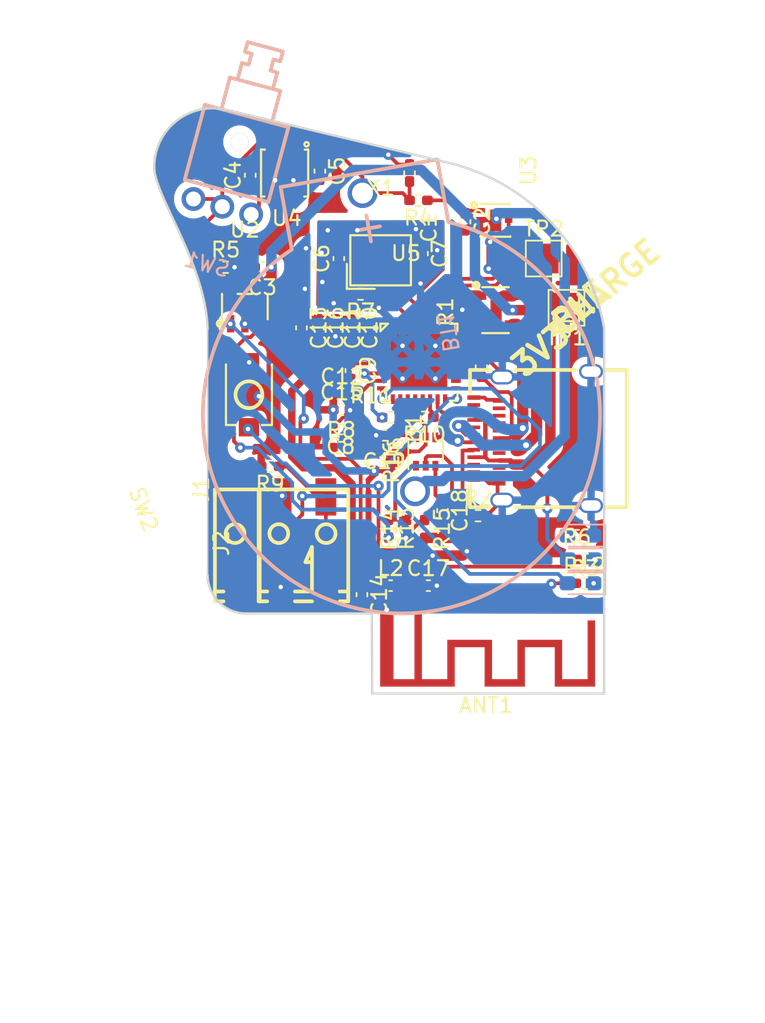
<source format=kicad_pcb>
(kicad_pcb (version 20221018) (generator pcbnew)
  (title_block (title "BLEEarrings (Blade Runner)") (date "2023-10-30") (rev "00.00") (company "Kitty and Dom"))
  (layers (0 "F.Cu" signal) (31 "B.Cu" signal) (34 "B.Paste" user) (35 "F.Paste" user) (36 "B.SilkS" user "B.Silkscreen") (37 "F.SilkS" user "F.Silkscreen") (38 "B.Mask" user) (39 "F.Mask" user) (44 "Edge.Cuts" user))
  (net 0 "")
  (net 1 "GND")
  (net 2 "/Power/BATGND")
  (net 3 "/Power/VBUS")
  (net 4 "+3V3")
  (net 5 "Net-(C6-Pad1)")
  (net 6 "Net-(C9-Pad1)")
  (net 7 "Net-(D2-K)")
  (net 8 "Net-(D3-A)")
  (net 9 "Net-(D4-K)")
  (net 10 "LED_A")
  (net 11 "Net-(U1-CC2)")
  (net 12 "Net-(U1-CC1)")
  (net 13 "NEO_LED")
  (net 14 "Net-(J2-Pin_2)")
  (net 25 "BatRef")
  (net 26 "+BATT")
  (net 27 "Net-(ANT1-FP)")
  (net 28 "/D+")
  (net 29 "/D-")
  (net 30 "/D1-")
  (net 31 "/D1+")
  (net 32 "Net-(U3-VDD)")
  (net 33 "Net-(U4-EN)")
  (net 34 "Net-(U5-XTAL_N)")
  (net 35 "Net-(U5-CHIP_EN)")
  (net 36 "Net-(U5-LNA_IN)")
  (net 37 "Net-(U2-STAT)")
  (net 38 "Net-(U2-PROG)")
  (net 39 "Net-(U5-XTAL_P)")
  (net 40 "Net-(U5-GPIO8)")
  (net 41 "Net-(U5-GPIO2)")
  (net 58 "Net-(SW2A-C)")
  (net 59 "Net-(C19-Pad1)")
  (net 60 "Net-(U5-U0RXD)")
  (net 61 "Net-(U5-U0TXD)")
  (net 62 "RESET")
  (footprint "Capacitor_SMD:C_0402_1005Metric_Pad0.74x0.62mm_HandSolder" (layer "F.Cu") (at 154 68.9675 -90)
    (fp_text reference "C18")
    (fp_text value "100n")
  )
  (footprint "easyeda2kicad:QFN-32_L5.0-W5.0-P0.50-TL-EP3.7" (layer "F.Cu") (at 152.42 59.02)
    (fp_text reference "U5")
    (fp_text value "ESP32-C3FH4")
  )
  (footprint "easyeda2kicad:SW-SMD_L3.9-W3.0-P4.45" (layer "F.Cu") (at 141.03 61.2 90)
    (fp_text reference "SW2")
    (fp_text value "RESET SWITCH")
  )
  (footprint "Capacitor_SMD:C_0402_1005Metric_Pad0.74x0.62mm_HandSolder" (layer "F.Cu") (at 150.12 63.92 180)
    (fp_text reference "C19")
    (fp_text value "4.7u")
  )
  (footprint "Resistor_SMD:R_0402_1005Metric_Pad0.72x0.64mm_HandSolder" (layer "F.Cu") (at 149.41 65.71 -90)
    (fp_text reference "R16")
    (fp_text value "5k1")
  )
  (footprint "Resistor_SMD:R_0402_1005Metric_Pad0.72x0.64mm_HandSolder" (layer "F.Cu") (at 150.551578 62.73)
    (fp_text reference "R11")
    (fp_text value "5k1")
  )
  (footprint "Resistor_SMD:R_0402_1005Metric_Pad0.72x0.64mm_HandSolder" (layer "F.Cu") (at 162.98 70.64 180)
    (fp_text reference "R6")
    (fp_text value "2k")
  )
  (footprint "RF_Antenna:Texas_SWRA117D_2.4GHz_Left" (layer "F.Cu") (at 152.368794 75.617337 180)
    (fp_text reference "ANT1")
    (fp_text value "~")
  )
  (footprint "easyeda2kicad:WDFN-6_L2.0-W2.0-P0.65-BL-EP" (layer "F.Cu") (at 157.51 49.51 -90)
    (fp_text reference "U3")
    (fp_text value "XB6096I2SV")
  )
  (footprint "easyeda2kicad:CRYSTAL-SMD_4P-L3.2-W2.5-BL" (layer "F.Cu") (at 149.851578 52.189165)
    (fp_text reference "X1")
    (fp_text value "5YMA40000151SF40Q1" hide)
  )
  (footprint "TestPoint:TestPoint_Pad_2.0x2.0mm" (layer "F.Cu") (at 160.782 52.07)
    (fp_text reference "TP2")
    (fp_text value "TestPoint")
  )
  (footprint "Resistor_SMD:R_0402_1005Metric_Pad0.72x0.64mm_HandSolder" (layer "F.Cu") (at 147.22 64.74)
    (fp_text reference "R8")
    (fp_text value "5k1")
  )
  (footprint "Resistor_SMD:R_0402_1005Metric_Pad0.72x0.64mm_HandSolder" (layer "F.Cu") (at 156.38 69.31)
    (fp_text reference "R2")
    (fp_text value "5k1")
  )
  (footprint "TestPoint:TestPoint_Pad_2.0x2.0mm" (layer "F.Cu") (at 162.306 55.372 180)
    (fp_text reference "TP1")
    (fp_text value "TestPoint")
  )
  (footprint "Resistor_SMD:R_0402_1005Metric_Pad0.72x0.64mm_HandSolder" (layer "F.Cu") (at 142.4475 66 180)
    (fp_text reference "R9")
    (fp_text value "470")
  )
  (footprint "Capacitor_SMD:C_0402_1005Metric_Pad0.74x0.62mm_HandSolder" (layer "F.Cu") (at 144.55 56.7175 -90)
    (fp_text reference "C13")
    (fp_text value "100n")
  )
  (footprint "Resistor_SMD:R_0402_1005Metric_Pad0.72x0.64mm_HandSolder" (layer "F.Cu") (at 152.789078 62.709165 180)
    (fp_text reference "R10")
    (fp_text value "5k1")
  )
  (footprint "easyeda2kicad:USB-C-TH_12401832E402A" (layer "F.Cu") (at 160.021578 64.139165 90)
    (fp_text reference "U1")
    (fp_text value "GT-USB-7010ASV")
  )
  (footprint "Capacitor_SMD:C_0402_1005Metric_Pad0.74x0.62mm_HandSolder" (layer "F.Cu") (at 147.86 59.5825 -90)
    (fp_text reference "C9")
    (fp_text value "100n")
  )
  (footprint "Capacitor_SMD:C_0402_1005Metric_Pad0.74x0.62mm_HandSolder" (layer "F.Cu") (at 145.686668 56.7175 -90)
    (fp_text reference "C16")
    (fp_text value "10u")
  )
  (footprint "Resistor_SMD:R_0402_1005Metric_Pad0.72x0.64mm_HandSolder" (layer "F.Cu") (at 163.5275 73.840666)
    (fp_text reference "R12")
    (fp_text value "2k")
  )
  (footprint "Resistor_SMD:R_0402_1005Metric_Pad0.72x0.64mm_HandSolder" (layer "F.Cu") (at 148.504078 54.459165 180)
    (fp_text reference "R7")
    (fp_text value "22R")
  )
  (footprint "Capacitor_SMD:C_0402_1005Metric_Pad0.74x0.62mm_HandSolder" (layer "F.Cu") (at 151.7904 46.3383 90)
    (fp_text reference "C1")
    (fp_text value "10u")
  )
  (footprint "Resistor_SMD:R_0402_1005Metric_Pad0.72x0.64mm_HandSolder" (layer "F.Cu") (at 150.3906 70.1775 -90)
    (fp_text reference "R13")
    (fp_text value "5k1")
  )
  (footprint "Capacitor_SMD:C_0402_1005Metric_Pad0.74x0.62mm_HandSolder" (layer "F.Cu") (at 147.26 61.14)
    (fp_text reference "C12")
    (fp_text value "100n")
  )
  (footprint "Capacitor_SMD:C_0402_1005Metric_Pad0.74x0.62mm_HandSolder" (layer "F.Cu") (at 148.6 74.6 -90)
    (fp_text reference "C14")
    (fp_text value "3p3")
  )
  (footprint "Capacitor_SMD:C_0402_1005Metric_Pad0.74x0.62mm_HandSolder" (layer "F.Cu") (at 155.5075 49.6025 -90)
    (fp_text reference "C2")
    (fp_text value "100n")
  )
  (footprint "Resistor_SMD:R_0402_1005Metric_Pad0.72x0.64mm_HandSolder" (layer "F.Cu") (at 152.3875 48.17 180)
    (fp_text reference "R4")
    (fp_text value "100")
  )
  (footprint "Capacitor_SMD:C_0402_1005Metric_Pad0.74x0.62mm_HandSolder" (layer "F.Cu") (at 145.78 46.2125 -90)
    (fp_text reference "C5")
    (fp_text value "4.7u")
  )
  (footprint "easyeda2kicad:SOT-23-6_L2.9-W1.6-P0.95-LS2.8-BL" (layer "F.Cu") (at 157.55 55.53 -90)
    (fp_text reference "D1")
    (fp_text value "USBLC6-2SC6_C2687116")
  )
  (footprint "Resistor_SMD:R_0402_1005Metric_Pad0.72x0.64mm_HandSolder" (layer "F.Cu") (at 156.602461 59.393523 90)
    (fp_text reference "R1")
    (fp_text value "5k1")
  )
  (footprint "Capacitor_SMD:C_0402_1005Metric_Pad0.74x0.62mm_HandSolder" (layer "F.Cu") (at 147.96 56.7175 -90)
    (fp_text reference "C10")
    (fp_text value "100n")
  )
  (footprint "easyeda2kicad:CONN-SMD_2059-302" (layer "F.Cu") (at 144.682946 71.15 90)
    (fp_text reference "J2")
    (fp_text value "Screw_Terminal_01x02")
  )
  (footprint "Resistor_SMD:R_0402_1005Metric_Pad0.72x0.64mm_HandSolder" (layer "F.Cu") (at 139.4693 52.6542)
    (fp_text reference "R5")
    (fp_text value "2k")
  )
  (footprint "Resistor_SMD:R_0402_1005Metric_Pad0.72x0.64mm_HandSolder" (layer "F.Cu") (at 151.5906 70.1975 90)
    (fp_text reference "R14")
    (fp_text value "5k1")
  )
  (footprint "Capacitor_SMD:C_0402_1005Metric_Pad0.74x0.62mm_HandSolder" (layer "F.Cu") (at 141.9693 52.6542 180)
    (fp_text reference "C3")
    (fp_text value "10u")
  )
  (footprint "Capacitor_SMD:C_0402_1005Metric_Pad0.74x0.62mm_HandSolder" (layer "F.Cu") (at 147.1797 63.5 180)
    (fp_text reference "C8")
    (fp_text value "100n")
  )
  (footprint "easyeda2kicad:CONN-SMD_custom1" (layer "F.Cu") (at 141.75 71.15 90)
    (fp_text reference "J1")
    (fp_text value "Screw_Terminal_01x01")
  )
  (footprint "Resistor_SMD:R_0402_1005Metric_Pad0.72x0.64mm_HandSolder" (layer "F.Cu") (at 163.5825 72.24 180)
    (fp_text reference "R3")
    (fp_text value "2k")
  )
  (footprint "Capacitor_SMD:C_0402_1005Metric_Pad0.74x0.62mm_HandSolder" (layer "F.Cu") (at 141.12 46.49 90)
    (fp_text reference "C4")
    (fp_text value "4.7u")
  )
  (footprint "Capacitor_SMD:C_0402_1005Metric_Pad0.74x0.62mm_HandSolder" (layer "F.Cu") (at 152.656764 51.740293 -90)
    (fp_text reference "C7")
    (fp_text value "20pF")
  )
  (footprint "Inductor_SMD:L_0402_1005Metric_Pad0.77x0.64mm_HandSolder" (layer "F.Cu") (at 150.5225 74)
    (fp_text reference "L2")
    (fp_text value "2n2")
  )
  (footprint "easyeda2kicad:DFN-8_L3.0-W3.0-P0.65-BL-EP" (layer "F.Cu") (at 143.42 46.3425 180)
    (fp_text reference "U4")
    (fp_text value "AP7361C-33FGE-7")
  )
  (footprint "Capacitor_SMD:C_0402_1005Metric_Pad0.74x0.62mm_HandSolder" (layer "F.Cu") (at 153.05 74)
    (fp_text reference "C17")
    (fp_text value "3p3")
  )
  (footprint "Package_TO_SOT_SMD:SOT-363_SC-70-6" (layer "F.Cu") (at 152.871578 65.009165 90)
    (fp_text reference "U6")
    (fp_text value "TS5A3159ADCKR")
  )
  (footprint "easyeda2kicad:SOT-23-5_L3.0-W1.7-P0.95-LS2.8-BL" (layer "F.Cu") (at 140.7568 55.2942)
    (fp_text reference "U2")
    (fp_text value "MCP73831T-2ACI/OT")
  )
  (footprint "Capacitor_SMD:C_0402_1005Metric_Pad0.74x0.62mm_HandSolder" (layer "F.Cu") (at 146.823334 56.7175 -90)
    (fp_text reference "C11")
    (fp_text value "100n")
  )
  (footprint "Capacitor_SMD:C_0402_1005Metric_Pad0.74x0.62mm_HandSolder" (layer "F.Cu") (at 147.051578 52.076665 90)
    (fp_text reference "C6")
    (fp_text value "20pF")
  )
  (footprint "Resistor_SMD:R_0402_1005Metric_Pad0.72x0.64mm_HandSolder" (layer "F.Cu") (at 152.8 70.1975 -90)
    (fp_text reference "R15")
    (fp_text value "5k1")
  )
  (footprint "Capacitor_SMD:C_0402_1005Metric_Pad0.74x0.62mm_HandSolder" (layer "F.Cu") (at 147.24 62.21)
    (fp_text reference "C15")
    (fp_text value "10u")
  )
  (footprint "easyeda2kicad:SW-TH_TK-6580B-1" (layer "B.Cu") (at 139.245314 48.596666 -15)
    (fp_text reference "SW1")
    (fp_text value "TK-6580B-1")
  )
  (footprint "LED_SMD:LED_0603_1608Metric_Pad1.05x0.95mm_HandSolder" (layer "B.Cu") (at 163.245 70.64 180)
    (fp_text reference "D3" hide)
    (fp_text value "RED LED")
  )
  (footprint "LED_SMD:LED_0603_1608Metric_Pad1.05x0.95mm_HandSolder" (layer "B.Cu") (at 163.265 72.240333 180)
    (fp_text reference "D2" hide)
    (fp_text value "WHITE LED")
  )
  (footprint "LED_SMD:LED_0603_1608Metric_Pad1.05x0.95mm_HandSolder" (layer "B.Cu") (at 163.245 73.840666 180)
    (fp_text reference "D4" hide)
    (fp_text value "BLUE LED")
  )
  (footprint "easyeda2kicad:BAT-TH_BS-24-A1AJ013" (layer "B.Cu") (at 150.4 57.68 100)
    (fp_text reference "BT1")
    (fp_text value "Battery" hide)
  )
  (gr_line (start 139.4 42.075) (end 154.63 45.71) (stroke (width 0.16)) (layer "Edge.Cuts"))
  (gr_curve (pts (xy 138.26253 56.812137) (xy 138.17331 52.736217) (xy 135.075 48.425) (xy 134.7 46.225)) (stroke (width 0.16)) (layer "Edge.Cuts"))
  (gr_arc (start 134.7 46.225) (mid 136.016898 42.98066) (end 139.39964 42.07677) (stroke (width 0.16)) (layer "Edge.Cuts"))
  (gr_line (start 140.84 75.86) (end 149.263189 75.86) (stroke (width 0.16)) (layer "Edge.Cuts"))
  (gr_line (start 138.26253 56.812137) (end 138.26253 73.281642) (stroke (width 0.1)) (layer "Edge.Cuts"))
  (gr_arc (start 154.63 45.71) (mid 161.357883 49.731614) (end 164.827737 56.759978) (stroke (width 0.16)) (layer "Edge.Cuts"))
  (gr_arc (start 140.84 75.86) (mid 139.01727 75.104633) (end 138.26253 73.281642) (stroke (width 0.16)) (layer "Edge.Cuts"))
  (gr_line (start 164.827737 56.759978) (end 164.827737 81.23) (stroke (width 0.16)) (layer "Edge.Cuts"))
  (gr_line (start 149.29 81.23) (end 164.827737 81.23) (stroke (width 0.16)) (layer "Edge.Cuts"))
  (gr_line (start 149.263189 75.857753) (end 149.29 81.23) (stroke (width 0.16)) (layer "Edge.Cuts"))
  (gr_text "3V3" (at 159.43 60.31 40) (layer "F.SilkS") (effects (font (size 1.5 1.5) (thickness 0.3) bold) (justify left bottom)))
  (gr_text "CHARGE\n" (at 161.982799 57.639836 40) (layer "F.SilkS") (effects (font (size 1.5 1.5) (thickness 0.3) bold) (justify left bottom)))
  (gr_text "BLE" (at 162.084377 57.389001 40) (layer "F.SilkS") (effects (font (size 1.5 1.5) (thickness 0.3) bold) (justify left bottom)))
  (segment (start 146.6122 63.437783) (end 147.8075 62.242483) (width 0.25) (layer "F.Cu") (net 1))
  (segment (start 141.46 45.9225) (end 142.45 44.9325) (width 0.25) (layer "F.Cu") (net 1))
  (segment (start 157.194615 52.651289) (end 157.194615 50.953766) (width 0.5) (layer "F.Cu") (net 1))
  (segment (start 144.78 54.102) (end 144.78 51.463193) (width 0.5) (layer "F.Cu") (net 1))
  (segment (start 147.8075 62.21625) (end 147.8075 62.212889) (width 0.25) (layer "F.Cu") (net 1))
  (segment (start 143.275 46.3425) (end 142.79 46.8275) (width 0.25) (layer "F.Cu") (net 1))
  (segment (start 147.8075 61.188284) (end 147.8075 62.177197) (width 0.25) (layer "F.Cu") (net 1))
  (segment (start 149.5525 63.92) (end 149.5525 63.920009) (width 0.25) (layer "F.Cu") (net 1))
  (segment (start 158.43 48.86) (end 158.43 49.51) (width 0.25) (layer "F.Cu") (net 1))
  (segment (start 147.8075 62.212889) (end 147.8075 62.207112) (width 0.25) (layer "F.Cu") (net 1))
  (segment (start 157.688238 68.025716) (end 157.858674 68.196152) (width 0.25) (layer "F.Cu") (net 1))
  (segment (start 147.8075 62.22875) (end 147.8075 62.242483) (width 0.25) (layer "F.Cu") (net 1))
  (segment (start 157.092138 52.753766) (end 157.194615 52.651289) (width 0.25) (layer "F.Cu") (net 1))
  (segment (start 140.756791 56.444191) (end 140.756791 56.444182) (width 0.25) (layer "F.Cu") (net 1))
  (segment (start 157.116578 67.139165) (end 157.791578 67.139165) (width 0.25) (layer "F.Cu") (net 1))
  (segment (start 156.9775 69.31) (end 156.836806 69.31) (width 0.25) (layer "F.Cu") (net 1))
  (segment (start 141.12 45.9225) (end 141.46 45.9225) (width 0.25) (layer "F.Cu") (net 1))
  (segment (start 143.42 46.3425) (end 143.42 46.3425) (width 0.25) (layer "F.Cu") (net 1))
  (segment (start 161.343434 73.840666) (end 161.2955 73.8886) (width 0.25) (layer "F.Cu") (net 1))
  (segment (start 152.296578 53.039165) (end 152.544857 52.790886) (width 0.25) (layer "F.Cu") (net 1))
  (segment (start 152.656764 52.678979) (end 152.544857 52.790886) (width 0.25) (layer "F.Cu") (net 1))
  (segment (start 140.0668 52.6542) (end 140.066786 52.6542) (width 0.25) (layer "F.Cu") (net 1))
  (segment (start 147.8075 62.207112) (end 147.8075 62.204696) (width 0.25) (layer "F.Cu") (net 1))
  (segment (start 156.807096 61.389165) (end 156.958954 61.541023) (width 0.25) (layer "F.Cu") (net 1))
  (segment (start 147.8075 62.204696) (end 147.8075 62.20375) (width 0.25) (layer "F.Cu") (net 1))
  (segment (start 147.94 57.265) (end 147.940225 57.265225) (width 0.25) (layer "F.Cu") (net 1))
  (segment (start 140.7568 56.4442) (end 140.756791 56.444191) (width 0.25) (layer "F.Cu") (net 1))
  (segment (start 154.635 65.897587) (end 154.046578 65.309165) (width 0.25) (layer "F.Cu") (net 1))
  (segment (start 158.061234 50.953766) (end 158.43 50.585) (width 0.25) (layer "F.Cu") (net 1))
  (segment (start 157.688238 67.059512) (end 157.688238 68.025716) (width 0.25) (layer "F.Cu") (net 1))
  (segment (start 156.836806 69.31) (end 156.191806 69.955) (width 0.25) (layer "F.Cu") (net 1))
  (segment (start 143.182946 68.049966) (end 143.256254 67.976658) (width 0.25) (layer "F.Cu") (net 1))
  (segment (start 147.92045 57.24545) (end 147.940225 57.265225) (width 0.25) (layer "F.Cu") (net 1))
  (segment (start 143.42 46.3425) (end 143.525 46.3425) (width 0.25) (layer "F.Cu") (net 1))
  (segment (start 142.45 44.9325) (end 142.45 46.4875) (width 0.25) (layer "F.Cu") (net 1))
  (segment (start 148.681578 51.469165) (end 148.621578 51.409165) (width 0.25) (layer "F.Cu") (net 1))
  (segment (start 156.958954 61.541023) (end 157.8538 61.541023) (width 0.25) (layer "F.Cu") (net 1))
  (segment (start 152.996578 65.309165) (end 152.871578 65.434165) (width 0.25) (layer "F.Cu") (net 1))
  (segment (start 146.961578 55.099165) (end 147.001578 55.139165) (width 0.25) (layer "F.Cu") (net 1))
  (segment (start 147.8075 62.20375) (end 147.8075 62.203514) (width 0.25) (layer "F.Cu") (net 1))
  (segment (start 156.4 55.53) (end 155.35039 55.53) (width 0.25) (layer "F.Cu") (net 1))
  (segment (start 157.8538 61.541023) (end 157.88193 61.512893) (width 0.25) (layer "F.Cu") (net 1))
  (segment (start 144.78 51.463193) (end 144.856211 51.386982) (width 0.5) (layer "F.Cu") (net 1))
  (segment (start 147.051578 51.509165) (end 148.581578 51.509165) (width 0.25) (layer "F.Cu") (net 1))
  (segment (start 143.525 46.3425) (end 144.01 46.8275) (width 0.25) (layer "F.Cu") (net 1))
  (segment (start 149.801578 50.069165) (end 151.821578 50.069165) (width 0.25) (layer "F.Cu") (net 1))
  (segment (start 152.656764 52.307793) (end 152.656764 52.678979) (width 0.25) (layer "F.Cu") (net 1))
  (segment (start 156.091578 61.389165) (end 156.807096 61.389165) (width 0.25) (layer "F.Cu") (net 1))
  (segment (start 156.29 55.53) (end 156.27 55.55) (width 0.25) (layer "F.Cu") (net 1))
  (segment (start 149.691578 49.959165) (end 149.801578 50.069165) (width 0.25) (layer "F.Cu") (net 1))
  (segment (start 141.4018 52.6542) (end 140.0668 52.6542) (width 0.25) (layer "F.Cu") (net 1))
  (segment (start 156.091578 66.889165) (end 156.866578 66.889165) (width 0.25) (layer "F.Cu") (net 1))
  (segment (start 158.43 50.585) (end 158.43 50.16) (width 0.25) (layer "F.Cu") (net 1))
  (segment (start 145.78 46.78) (end 145.3425 46.3425) (width 0.25) (layer "F.Cu") (net 1))
  (segment (start 154.42 69.955) (end 154 69.535) (width 0.25) (layer "F.Cu") (net 1))
  (segment (start 147.8075 62.203041) (end 147.8075 62.202804) (width 0.25) (layer "F.Cu") (net 1))
  (segment (start 157.88193 60.206197) (end 158.146943 59.941184) (width 0.25) (layer "F.Cu") (net 1))
  (segment (start 156.602461 58.796023) (end 157.001782 58.796023) (width 0.25) (layer "F.Cu") (net 1))
  (segment (start 148.581578 51.509165) (end 148.751578 51.339165) (width 0.25) (layer "F.Cu") (net 1))
  (segment (start 148.991578 55.139165) (end 149.231578 55.379165) (width 0.25) (layer "F.Cu") (net 1))
  (segment (start 155.341024 71.9836) (end 155.629624 71.695) (width 0.7) (layer "F.Cu") (net 1))
  (segment (start 149.5525 63.920009) (end 149.552491 63.920018) (width 0.25) (layer "F.Cu") (net 1))
  (segment (start 147.8075 62.21) (end 147.8075 62.242483) (width 0.25) (layer "F.Cu") (net 1))
  (segment (start 147.96 57.285) (end 146.823334 57.285) (width 0.25) (layer "F.Cu") (net 1))
  (segment (start 152.544857 52.790886) (end 152.691578 52.644165) (width 0.25) (layer "F.Cu") (net 1))
  (segment (start 157.001782 58.796023) (end 158.146943 59.941184) (width 0.25) (layer "F.Cu") (net 1))
  (segment (start 154.635 68.9) (end 154.635 65.897587) (width 0.25) (layer "F.Cu") (net 1))
  (segment (start 157.194615 50.953766) (end 158.061234 50.953766) (width 0.25) (layer "F.Cu") (net 1))
  (segment (start 150.881578 53.214165) (end 150.881578 53.259165) (width 0.25) (layer "F.Cu") (net 1))
  (segment (start 162.93 73.840666) (end 161.343434 73.840666) (width 0.25) (layer "F.Cu") (net 1))
  (segment (start 147.051578 51.736665) (end 147.236196 51.552047) (width 0.25) (layer "F.Cu") (net 1))
  (segment (start 147.8075 62.22875) (end 147.8075 62.21625) (width 0.25) (layer "F.Cu") (net 1))
  (segment (start 144.495 46.3425) (end 144.01 46.8275) (width 0.25) (layer "F.Cu") (net 1))
  (segment (start 143.42 46.3425) (end 143.275 46.3425) (width 0.25) (layer "F.Cu") (net 1))
  (segment (start 158.43 49.51) (end 158.43 50.16) (width 0.25) (layer "F.Cu") (net 1))
  (segment (start 146.6122 63.5) (end 146.6122 63.437783) (width 0.25) (layer "F.Cu") (net 1))
  (segment (start 156.29 55.53) (end 156.4 55.53) (width 0.25) (layer "F.Cu") (net 1))
  (segment (start 150.951578 53.039165) (end 152.296578 53.039165) (width 0.25) (layer "F.Cu") (net 1))
  (segment (start 151.0284 45.7708) (end 150.368 45.1104) (width 0.25) (layer "F.Cu") (net 1))
  (segment (start 147.891716 57.245) (end 144.825 57.245) (width 0.25) (layer "F.Cu") (net 1))
  (segment (start 150.913398 53.137346) (end 150.965328 53.085415) (width 0.25) (layer "F.Cu") (net 1))
  (segment (start 156.866578 66.889165) (end 157.116578 67.139165) (width 0.25) (layer "F.Cu") (net 1))
  (segment (start 143.182946 74.25) (end 143.182946 74.1194) (width 0.25) (layer "F.Cu") (net 1))
  (segment (start 145.3425 46.3425) (end 144.495 46.3425) (width 0.25) (layer "F.Cu") (net 1))
  (segment (start 156.191806 69.955) (end 154.42 69.955) (width 0.25) (layer "F.Cu") (net 1))
  (segment (start 153.3398 71.9836) (end 155.341024 71.9836) (width 0.7) (layer "F.Cu") (net 1))
  (segment (start 143.182946 68.05) (end 143.182946 68.049966) (width 0.25) (layer "F.Cu") (net 1))
  (segment (start 147.86 61.061539) (end 147.86 59.9175) (width 0.25) (layer "F.Cu") (net 1))
  (segment (start 142.45 46.4875) (end 142.79 46.8275) (width 0.25) (layer "F.Cu") (net 1))
  (segment (start 147.001578 55.139165) (end 148.991578 55.139165) (width 0.25) (layer "F.Cu") (net 1))
  (segment (start 154 69.535) (end 154.635 68.9) (width 0.25) (layer "F.Cu") (net 1))
  (segment (start 147.8075 62.203514) (end 147.8075 62.203041) (width 0.25) (layer "F.Cu") (net 1))
  (segment (start 151.7904 45.7708) (end 151.0284 45.7708) (width 0.25) (layer "F.Cu") (net 1))
  (segment (start 143.182946 74.1194) (end 143.156946 74.0934) (width 0.25) (layer "F.Cu") (net 1))
  (segment (start 152.871578 65.434165) (end 152.871578 65.959165) (width 0.25) (layer "F.Cu") (net 1))
  (segment (start 154.046578 65.309165) (end 152.996578 65.309165) (width 0.25) (layer "F.Cu") (net 1))
  (segment (start 156.9275 69.343243) (end 158.001578 68.269165) (width 0.25) (layer "F.Cu") (net 1))
  (via (at 155.326387 55.505997) (size 0.7) (drill 0.3) (layers "F.Cu" "B.Cu") (net 1))
  (via (at 152.220803 50.0998) (size 0.7) (drill 0.3) (layers "F.Cu" "B.Cu") (net 1))
  (via (at 151.5606 70.794999) (size 0.7) (drill 0.3) (layers "F.Cu" "B.Cu") (net 1))
  (via (at 157.194615 50.953766) (size 0.7) (drill 0.3) (layers "F.Cu" "B.Cu") (net 1))
  (via (at 153.3398 71.9836) (size 0.7) (drill 0.3) (layers "F.Cu" "B.Cu") (net 1))
  (via (at 153.643203 51.512597) (size 0.7) (drill 0.3) (layers "F.Cu" "B.Cu") (net 1))
  (via (at 157.092138 52.753766) (size 0.7) (drill 0.3) (layers "F.Cu" "B.Cu") (net 1))
  (via (at 144.856211 51.386982) (size 0.7) (drill 0.3) (layers "F.Cu" "B.Cu") (net 1))
  (via (at 155.629624 71.695) (size 0.7) (drill 0.3) (layers "F.Cu" "B.Cu") (net 1))
  (via (at 150.368 45.1104) (size 0.7) (drill 0.3) (layers "F.Cu" "B.Cu") (net 1))
  (via (at 148.285712 50.176) (size 0.7) (drill 0.3) (layers "F.Cu" "B.Cu") (net 1))
  (via (at 152.527 53.7464) (size 0.7) (drill 0.3) (layers "F.Cu" "B.Cu") (net 1))
  (via (at 146.823334 57.285) (size 0.7) (drill 0.3) (layers "F.Cu" "B.Cu") (net 1))
  (via (at 161.2955 73.8886) (size 0.7) (drill 0.3) (layers "F.Cu" "B.Cu") (net 1))
  (via (at 149.552491 63.920018) (size 0.7) (drill 0.3) (layers "F.Cu" "B.Cu") (net 1))
  (via (at 142.79 46.8275) (size 0.7) (drill 0.3) (layers "F.Cu" "B.Cu") (net 1))
  (via (at 143.256254 67.976658) (size 0.7) (drill 0.3) (layers "F.Cu" "B.Cu") (net 1))
  (via (at 140.066786 52.6542) (size 0.7) (drill 0.3) (layers "F.Cu" "B.Cu") (net 1))
  (via (at 147.8075 62.242483) (size 0.7) (drill 0.3) (layers "F.Cu" "B.Cu") (net 1))
  (via (at 144.01 46.8275) (size 0.7) (drill 0.3) (layers "F.Cu" "B.Cu") (net 1))
  (via (at 145.9484 53.6448) (size 0.7) (drill 0.3) (layers "F.Cu" "B.Cu") (net 1))
  (via (at 146.7104 55.0672) (size 0.7) (drill 0.3) (layers "F.Cu" "B.Cu") (net 1))
  (via (at 146.31105 50.176) (size 0.7) (drill 0.3) (layers "F.Cu" "B.Cu") (net 1))
  (via (at 143.156946 74.0934) (size 0.7) (drill 0.3) (layers "F.Cu" "B.Cu") (net 1))
  (via (at 141.0462 59.0296) (size 0.7) (drill 0.3) (layers "F.Cu" "B.Cu") (net 1))
  (via (at 144.78 54.102) (size 0.7) (drill 0.3) (layers "F.Cu" "B.Cu") (net 1))
  (via (at 153.6175 74) (size 0.7) (drill 0.3) (layers "F.Cu" "B.Cu") (net 1))
  (via (at 145.8976 51.689) (size 0.7) (drill 0.3) (layers "F.Cu" "B.Cu") (net 1))
  (via (at 149.733 55.372) (size 0.7) (drill 0.3) (layers "F.Cu" "B.Cu") (net 1))
  (via (at 140.756791 56.444182) (size 0.7) (drill 0.3) (layers "F.Cu" "B.Cu") (net 1))
  (arc (start 150.913398 53.137346) (mid 150.889848 53.172591) (end 150.881578 53.214165) (width 0.25) (layer "F.Cu") (net 1))
  (arc (start 147.8075 62.177197) (mid 147.806526 62.182097) (end 147.80375 62.18625) (width 0.25) (layer "F.Cu") (net 1))
  (arc (start 147.8075 61.188284) (mid 147.812698 61.162153) (end 147.8275 61.14) (width 0.25) (layer "F.Cu") (net 1))
  (arc (start 147.8275 61.14) (mid 147.851554 61.104001) (end 147.86 61.061539) (width 0.25) (layer "F.Cu") (net 1))
  (arc (start 150.965328 53.085415) (mid 151.058094 53.023431) (end 151.167519 53.001665) (width 0.25) (layer "F.Cu") (net 1))
  (arc (start 147.80375 62.19375) (mid 147.806526 62.197904) (end 147.8075 62.202804) (width 0.25) (layer "F.Cu") (net 1))
  (arc (start 147.80375 62.19375) (mid 147.802197 62.19) (end 147.80375 62.18625) (width 0.25) (layer "F.Cu") (net 1))
  (arc (start 147.940225 57.265225) (mid 147.940225 57.265225) (end 147.940225 57.265225) (width 0.25) (layer "F.Cu") (net 1))
  (arc (start 147.94 57.265) (mid 147.917848 57.250198) (end 147.891716 57.245) (width 0.25) (layer "F.Cu") (net 1))
  (arc (start 147.92045 57.24545) (mid 147.919476 57.244799) (end 147.918326 57.24457) (width 0.25) (layer "F.Cu") (net 1))
  (segment (start 149.733 55.372) (end 151.32 56.959) (width 0.5) (layer "B.Cu") (net 1))
  (segment (start 153.1954 57.92) (end 153.52 57.92) (width 0.25) (layer "B.Cu") (net 1))
  (segment (start 152.527 57.2516) (end 153.1954 57.92) (width 0.5) (layer "B.Cu") (net 1))
  (segment (start 152.527 53.7464) (end 152.527 57.2516) (width 0.5) (layer "B.Cu") (net 1))
  (segment (start 151.32 56.959) (end 151.32 57.92) (width 0.5) (layer "B.Cu") (net 1))
  (segment (start 156.270886 49.406614) (end 157.613408 49.406614) (width 0.25) (layer "F.Cu") (net 2))
  (segment (start 155.2975 50.315) (end 156.205886 49.406614) (width 0.25) (layer "F.Cu") (net 2))
  (segment (start 155.5075 50.17) (end 156.270886 49.406614) (width 0.25) (layer "F.Cu") (net 2))
  (segment (start 156.59 49.51) (end 157.51 49.51) (width 0.25) (layer "F.Cu") (net 2))
  (segment (start 156.880022 50.14) (end 157.613408 49.406614) (width 0.25) (layer "F.Cu") (net 2))
  (segment (start 156.59 49.51) (end 156.59 50.16) (width 0.25) (layer "F.Cu") (net 2))
  (segment (start 156.205886 49.406614) (end 157.613408 49.406614) (width 0.25) (layer "F.Cu") (net 2))
  (via (at 157.613408 49.406614) (size 0.7) (drill 0.3) (layers "F.Cu" "B.Cu") (net 2))
  (segment (start 159.500896 66.657) (end 162.19 63.967896) (width 0.7) (layer "B.Cu") (net 2))
  (segment (start 153.98359 66.9872) (end 154.31379 66.657) (width 0.7) (layer "B.Cu") (net 2))
  (segment (start 152.851128 66.9872) (end 153.98359 66.9872) (width 0.7) (layer "B.Cu") (net 2))
  (segment (start 152.162529 67.675799) (end 152.851128 66.9872) (width 0.7) (layer "B.Cu") (net 2))
  (segment (start 161.584003 50.526118) (end 160.087907 49.030022) (width 0.7) (layer "B.Cu") (net 2))
  (segment (start 160.087907 49.030022) (end 157.62 49.030022) (width 0.7) (layer "B.Cu") (net 2))
  (segment (start 161.584003 51.585214) (end 161.584003 50.526118) (width 0.7) (layer "B.Cu") (net 2))
  (segment (start 162.19 63.967896) (end 162.19 52.191211) (width 0.7) (layer "B.Cu") (net 2))
  (segment (start 162.19 52.191211) (end 161.584003 51.585214) (width 0.7) (layer "B.Cu") (net 2))
  (segment (start 154.31379 66.657) (end 159.500896 66.657) (width 0.7) (layer "B.Cu") (net 2))
  (segment (start 142.5368 52.540613) (end 142.529222 52.533035) (width 0.7) (layer "F.Cu") (net 3))
  (segment (start 157.791578 65.609165) (end 158.573165 65.609165) (width 0.3) (layer "F.Cu") (net 3))
  (segment (start 156.871578 65.389165) (end 157.091578 65.609165) (width 0.25) (layer "F.Cu") (net 3))
  (segment (start 158.573165 65.609165) (end 158.75 65.786) (width 0.3) (layer "F.Cu") (net 3))
  (segment (start 142.5368 52.6542) (end 142.5368 52.540613) (width 0.7) (layer "F.Cu") (net 3))
  (segment (start 161.227462 64.578538) (end 159.921834 65.884166) (width 0.7) (layer "F.Cu") (net 3))
  (segment (start 156.871578 62.889165) (end 157.091578 63.109165) (width 0.3) (layer "F.Cu") (net 3))
  (segment (start 159.921834 65.884166) (end 158.766578 65.884166) (width 0.7) (layer "F.Cu") (net 3))
  (segment (start 159.65 55.53) (end 161.227462 57.107462) (width 0.7) (layer "F.Cu") (net 3))
  (segment (start 142.5368 53.3142) (end 142.5368 52.6542) (width 0.7) (layer "F.Cu") (net 3))
  (segment (start 157.091578 65.609165) (end 157.791578 65.609165) (width 0.25) (layer "F.Cu") (net 3))
  (segment (start 161.02 66.982332) (end 161.02 68.834) (width 0.25) (layer "F.Cu") (net 3))
  (segment (start 158.7 55.53) (end 159.65 55.53) (width 0.7) (layer "F.Cu") (net 3))
  (segment (start 161.227462 57.107462) (end 161.227462 64.578538) (width 0.7) (layer "F.Cu") (net 3))
  (segment (start 156.871578 62.889165) (end 156.091578 62.889165) (width 0.25) (layer "F.Cu") (net 3))
  (segment (start 158.7 55.53) (end 159.485 55.53) (width 0.25) (layer "F.Cu") (net 3))
  (segment (start 157.791578 63.109165) (end 157.091578 63.109165) (width 0.25) (layer "F.Cu") (net 3))
  (segment (start 159.921834 65.884166) (end 161.02 66.982332) (width 0.25) (layer "F.Cu") (net 3))
  (segment (start 156.091578 65.389165) (end 156.871578 65.389165) (width 0.25) (layer "F.Cu") (net 3))
  (segment (start 156.871578 65.389165) (end 156.871578 62.889165) (width 0.3) (layer "F.Cu") (net 3))
  (segment (start 141.7068 54.1442) (end 142.5368 53.3142) (width 0.7) (layer "F.Cu") (net 3))
  (via (at 161.02 68.834) (size 0.7) (drill 0.3) (layers "F.Cu" "B.Cu") (net 3))
  (via (at 158.7 55.53) (size 0.7) (drill 0.3) (layers "F.Cu" "B.Cu") (net 3))
  (via (at 142.5368 52.6542) (size 0.7) (drill 0.3) (layers "F.Cu" "B.Cu") (net 3))
  (segment locked (start 147.995439 46.134201) (end 152.585601 46.134201) (width 0.7) (layer "B.Cu") (net 3))
  (segment (start 156.172216 49.720816) (end 156.172216 53.272216) (width 0.7) (layer "B.Cu") (net 3))
  (segment (start 142.5368 51.59284) (end 147.995439 46.134201) (width 0.7) (layer "B.Cu") (net 3))
  (segment (start 161.02 70.870333) (end 161.02 68.834) (width 0.25) (layer "B.Cu") (net 3))
  (segment (start 142.5368 52.6542) (end 142.5368 51.59284) (width 0.7) (layer "B.Cu") (net 3))
  (segment (start 158.43 55.53) (end 158.7 55.53) (width 0.7) (layer "B.Cu") (net 3))
  (segment (start 156.172216 53.272216) (end 158.43 55.53) (width 0.7) (layer "B.Cu") (net 3))
  (segment (start 152.585601 46.134201) (end 156.172216 49.720816) (width 0.7) (layer "B.Cu") (net 3))
  (segment (start 162.39 72.240333) (end 161.02 70.870333) (width 0.25) (layer "B.Cu") (net 3))
  (segment (start 144.5925 56.1925) (end 144.55 56.15) (width 0.25) (layer "F.Cu") (net 4))
  (segment (start 149.703 72.153) (end 149.04 71.49) (width 0.4) (layer "F.Cu") (net 4))
  (segment (start 152.871578 64.552422) (end 152.4254 64.9986) (width 0.25) (layer "F.Cu") (net 4))
  (segment (start 163.5775 70.473408) (end 162.874092 69.77) (width 0.7) (layer "F.Cu") (net 4))
  (segment (start 152.191578 62.709165) (end 151.829498 62.709165) (width 0.25) (layer "F.Cu") (net 4))
  (segment (start 149.41 66.551856) (end 149.04 66.921856) (width 0.4) (layer "F.Cu") (net 4))
  (segment (start 151.339411 62.539667) (end 151.149078 62.73) (width 0.25) (layer "F.Cu") (net 4))
  (segment (start 150.66 56.52) (end 151.16 56.52) (width 0.25) (layer "F.Cu") (net 4))
  (segment (start 152.871578 64.059165) (end 152.871578 64.552422) (width 0.25) (layer "F.Cu") (net 4))
  (segment (start 150.147868 56.22) (end 145.095105 56.22) (width 0.25) (layer "F.Cu") (net 4))
  (segment (start 163.5775 70.64) (end 163.5775 70.473408) (width 0.7) (layer "F.Cu") (net 4))
  (segment (start 152.109739 72.153) (end 149.703 72.153) (width 0.4) (layer "F.Cu") (net 4))
  (segment (start 149.012517 67.670661) (end 149.012517 66.949339) (width 0.3) (layer "F.Cu") (net 4))
  (segment (start 149.04 71.49) (end 149.04 67.698144) (width 0.4) (layer "F.Cu") (net 4))
  (segment (start 149.012517 66.949339) (end 149.04 66.921856) (width 0.3) (layer "F.Cu") (net 4))
  (segment (start 152.4254 64.9986) (end 151.2824 64.9986) (width 0.25) (layer "F.Cu") (net 4))
  (segment (start 162.874092 69.77) (end 158.0172 69.77) (width 0.7) (layer "F.Cu") (net 4))
  (segment (start 152.284821 62.709165) (end 152.871578 63.295922) (width 0.25) (layer "F.Cu") (net 4))
  (segment (start 156.9922 70.795) (end 152.8 70.795) (width 0.7) (layer "F.Cu") (net 4))
  (segment (start 146.6225 64.74) (end 146.532413 64.74) (width 0.25) (layer "F.Cu") (net 4))
  (segment (start 149.41 66.3075) (end 149.41 66.551856) (width 0.4) (layer "F.Cu") (net 4))
  (segment (start 146.682816 62.185095) (end 146.682816 62.1205) (width 0.25) (layer "F.Cu") (net 4))
  (segment (start 151.829498 62.709165) (end 151.66 62.539667) (width 0.25) (layer "F.Cu") (net 4))
  (segment (start 146.66 61.061539) (end 146.66 59.9425) (width 0.25) (layer "F.Cu") (net 4))
  (segment (start 145.78 45.645) (end 145.1025 45.645) (width 0.25) (layer "F.Cu") (net 4))
  (segment (start 152.8 71.462739) (end 152.109739 72.153) (width 0.4) (layer "F.Cu") (net 4))
  (segment (start 145.1025 45.645) (end 144.39 44.9325) (width 0.25) (layer "F.Cu") (net 4))
  (segment (start 150.66 56.52) (end 150.51 56.37) (width 0.25) (layer "F.Cu") (net 4))
  (segment (start 152.191578 62.709165) (end 152.284821 62.709165) (width 0.25) (layer "F.Cu") (net 4))
  (segment (start 152.871578 64.059165) (end 152.871578 63.295922) (width 0.25) (layer "F.Cu") (net 4))
  (segment (start 146.6925 62.161716) (end 146.6925 61.14) (width 0.25) (layer "F.Cu") (net 4))
  (segment (start 158.0172 69.77) (end 156.9922 70.795) (width 0.7) (layer "F.Cu") (net 4))
  (segment (start 151.66 62.539667) (end 151.66 61.48) (width 0.25) (layer "F.Cu") (net 4))
  (segment (start 151.66 62.539667) (end 151.339411 62.539667) (width 0.25) (layer "F.Cu") (net 4))
  (segment (start 152.8 70.795) (end 152.8 71.462739) (width 0.4) (layer "F.Cu") (net 4))
  (segment (start 149.04 67.698144) (end 149.012517 67.670661) (width 0.3) (layer "F.Cu") (net 4))
  (via (at 141.7 61.3) (size 0.7) (drill 0.3) (layers "F.Cu" "B.Cu") (net 4))
  (via (at 146.6725 62.21) (size 0.7) (drill 0.3) (layers "F.Cu" "B.Cu") (net 4))
  (via (at 149.41 66.3075) (size 0.7) (drill 0.3) (layers "F.Cu" "B.Cu") (net 4))
  (arc (start 144.5925 56.1925) (mid 144.639576 56.223955) (end 144.695105 56.235) (width 0.25) (layer "F.Cu") (net 4))
  (arc (start 146.66 61.061539) (mid 146.668446 61.104001) (end 146.6925 61.14) (width 0.25) (layer "F.Cu") (net 4))
  (arc (start 150.147868 56.22) (mid 150.343853 56.258984) (end 150.51 56.37) (width 0.25) (layer "F.Cu") (net 4))
  (arc (start 146.6925 62.161716) (mid 146.687302 62.187847) (end 146.6725 62.21) (width 0.25) (layer "F.Cu") (net 4))
  (arc (start 146.682816 62.185095) (mid 146.680135 62.198574) (end 146.6725 62.21) (width 0.25) (layer "F.Cu") (net 4))
  (segment (start 145.9 63.7) (end 144.1 63.7) (width 0.5) (layer "B.Cu") (net 4))
  (segment (start 147.4575 66.3075) (end 146.2 65.05) (width 0.5) (layer "B.Cu") (net 4))
  (segment (start 146.2 63.65) (end 146.2 64) (width 0.5) (layer "B.Cu") (net 4))
  (segment (start 149.41 66.3075) (end 147.4575 66.3075) (width 0.5) (layer "B.Cu") (net 4))
  (segment (start 144.1 63.7) (end 141.7 61.3) (width 0.5) (layer "B.Cu") (net 4))
  (segment (start 146.6725 63.1775) (end 146.2 63.65) (width 0.5) (layer "B.Cu") (net 4))
  (segment (start 146.6725 62.21) (end 146.6725 63.1775) (width 0.5) (layer "B.Cu") (net 4))
  (segment (start 146.2 64) (end 145.9 63.7) (width 0.5) (layer "B.Cu") (net 4))
  (segment (start 146.2 65.05) (end 146.2 64) (width 0.5) (layer "B.Cu") (net 4))
  (segment (start 147.906578 53.884165) (end 147.906578 54.459165) (width 0.25) (layer "F.Cu") (net 5))
  (segment (start 147.906578 53.884165) (end 148.751578 53.039165) (width 0.25) (layer "F.Cu") (net 5))
  (segment (start 147.051578 52.644165) (end 148.356578 52.644165) (width 0.25) (layer "F.Cu") (net 5))
  (segment (start 148.191189 53.599555) (end 148.751578 53.039165) (width 0.25) (layer "F.Cu") (net 5))
  (segment (start 148.356578 52.644165) (end 148.751578 53.039165) (width 0.25) (layer "F.Cu") (net 5))
  (segment (start 147.85 59.005) (end 147.86 59.015) (width 0.25) (layer "F.Cu") (net 6))
  (segment (start 147.86 59.015) (end 147.945 59.1) (width 0.25) (layer "F.Cu") (net 6))
  (segment (start 149.795 58.305) (end 149.93 58.17) (width 0.25) (layer "F.Cu") (net 6))
  (segment (start 149.93 58.17) (end 149.93 57.75) (width 0.25) (layer "F.Cu") (net 6))
  (segment (start 147.945 59.1) (end 149 59.1) (width 0.25) (layer "F.Cu") (net 6))
  (segment (start 149.29 58.305) (end 149.795 58.305) (width 0.25) (layer "F.Cu") (net 6))
  (segment (start 149.29 58.81) (end 149.29 58.305) (width 0.25) (layer "F.Cu") (net 6))
  (segment (start 149 59.1) (end 149.29 58.81) (width 0.25) (layer "F.Cu") (net 6))
  (via (at 164.18 72.24) (size 0.7) (drill 0.3) (layers "F.Cu" "B.Cu") (net 7))
  (via (at 162.369998 70.67) (size 0.7) (drill 0.3) (layers "F.Cu" "B.Cu") (net 8))
  (via (at 164.125002 73.840666) (size 0.7) (drill 0.3) (layers "F.Cu" "B.Cu") (net 9))
  (segment (start 149.94 60.77) (end 149.94 61.427502) (width 0.25) (layer "F.Cu") (net 10))
  (segment (start 149.94 61.427502) (end 149.980498 61.468) (width 0.25) (layer "F.Cu") (net 10))
  (via (at 149.980498 61.468) (size 0.7) (drill 0.3) (layers "F.Cu" "B.Cu") (net 10))
  (segment (start 151.982495 65.982) (end 150.837529 67.126966) (width 0.25) (layer "B.Cu") (net 10))
  (segment (start 150.653498 60.795) (end 157.315 60.795) (width 0.25) (layer "B.Cu") (net 10))
  (segment (start 149.980498 61.468) (end 150.653498 60.795) (width 0.25) (layer "B.Cu") (net 10))
  (segment (start 155.826497 73.2136) (end 161.742934 73.2136) (width 0.25) (layer "B.Cu") (net 10))
  (segment (start 160.528 64.675302) (end 159.221302 65.982) (width 0.25) (layer "B.Cu") (net 10))
  (segment (start 159.677766 62.716023) (end 160.528 63.566257) (width 0.25) (layer "B.Cu") (net 10))
  (segment (start 159.236023 62.716023) (end 159.677766 62.716023) (width 0.25) (layer "B.Cu") (net 10))
  (segment (start 161.742934 73.2136) (end 162.37 73.840666) (width 0.25) (layer "B.Cu") (net 10))
  (segment (start 157.315 60.795) (end 159.236023 62.716023) (width 0.25) (layer "B.Cu") (net 10))
  (segment (start 150.837529 67.126966) (end 150.837529 68.224632) (width 0.25) (layer "B.Cu") (net 10))
  (segment (start 159.221302 65.982) (end 151.982495 65.982) (width 0.25) (layer "B.Cu") (net 10))
  (segment (start 160.528 63.566257) (end 160.528 64.675302) (width 0.25) (layer "B.Cu") (net 10))
  (segment (start 150.837529 68.224632) (end 155.826497 73.2136) (width 0.25) (layer "B.Cu") (net 10))
  (segment (start 158.636906 63.2437) (end 158.636906 61.233662) (width 0.25) (layer "F.Cu") (net 11))
  (segment (start 157.791578 63.609165) (end 158.271441 63.609165) (width 0.25) (layer "F.Cu") (net 11))
  (segment (start 158.383883 63.496723) (end 158.636906 63.2437) (width 0.25) (layer "F.Cu") (net 11))
  (segment (start 158.636906 61.233662) (end 158.426396 61.023152) (width 0.25) (layer "F.Cu") (net 11))
  (segment (start 158.426396 61.023152) (end 157.65959 61.023152) (width 0.25) (layer "F.Cu") (net 11))
  (segment (start 158.271441 63.609165) (end 158.321441 63.559165) (width 0.25) (layer "F.Cu") (net 11))
  (segment (start 157.65959 61.023152) (end 156.795883 60.159445) (width 0.25) (layer "F.Cu") (net 11))
  (segment (start 155.341578 64.939165) (end 156.041578 64.939165) (width 0.25) (layer "F.Cu") (net 12))
  (segment (start 156.041578 64.939165) (end 156.091578 64.889165) (width 0.25) (layer "F.Cu") (net 12))
  (segment (start 155.341578 67.774078) (end 155.341578 64.939165) (width 0.25) (layer "F.Cu") (net 12))
  (segment (start 155.7825 69.31) (end 155.7825 68.215) (width 0.25) (layer "F.Cu") (net 12))
  (segment (start 155.7825 68.215) (end 155.341578 67.774078) (width 0.25) (layer "F.Cu") (net 12))
  (segment (start 144.606114 69.226832) (end 144.183273 69.649673) (width 0.25) (layer "F.Cu") (net 13))
  (segment (start 144.606114 67.993886) (end 144.606114 69.226832) (width 0.25) (layer "F.Cu") (net 13))
  (segment (start 140.25 68.6) (end 140.25 68.05) (width 0.25) (layer "F.Cu") (net 13))
  (segment (start 140.25 68.05) (end 140.783946 68.583946) (width 0.25) (layer "F.Cu") (net 13))
  (segment (start 144.183273 69.649673) (end 141.299673 69.649673) (width 0.25) (layer "F.Cu") (net 13))
  (segment (start 154.94 61.5) (end 154.97 61.47) (width 0.25) (layer "F.Cu") (net 13))
  (segment (start 141.299673 69.649673) (end 140.25 68.6) (width 0.25) (layer "F.Cu") (net 13))
  (segment (start 140.25 74.25) (end 140.25 68.05) (width 0.25) (layer "F.Cu") (net 13))
  (segment (start 140.783946 73.716054) (end 140.25 74.25) (width 0.25) (layer "F.Cu") (net 13))
  (segment (start 154.17 61.5) (end 154.94 61.5) (width 0.25) (layer "F.Cu") (net 13))
  (via (at 144.606114 67.993886) (size 0.7) (drill 0.3) (layers "F.Cu" "B.Cu") (net 13))
  (via (at 154.97 61.47) (size 0.7) (drill 0.3) (layers "F.Cu" "B.Cu") (net 13))
  (segment (start 150.387517 67.589595) (end 150.387517 65.762483) (width 0.25) (layer "B.Cu") (net 13))
  (segment (start 146.1 68) (end 149.977112 68) (width 0.25) (layer "B.Cu") (net 13))
  (segment (start 153.440244 62.709756) (end 153.440244 62.526228) (width 0.25) (layer "B.Cu") (net 13))
  (segment (start 150.387517 65.762483) (end 153.440244 62.709756) (width 0.25) (layer "B.Cu") (net 13))
  (segment (start 144.606114 67.993886) (end 146.05 67.993886) (width 0.3) (layer "B.Cu") (net 13))
  (segment (start 146.05 68.05) (end 146.1 68) (width 0.25) (layer "B.Cu") (net 13))
  (segment (start 153.440244 62.526228) (end 154.496472 61.47) (width 0.25) (layer "B.Cu") (net 13))
  (segment (start 154.496472 61.47) (end 154.97 61.47) (width 0.25) (layer "B.Cu") (net 13))
  (segment (start 149.977112 68) (end 150.387517 67.589595) (width 0.25) (layer "B.Cu") (net 13))
  (segment (start 143.601472 66) (end 145.651472 68.05) (width 0.3) (layer "F.Cu") (net 14))
  (segment (start 145.651472 68.05) (end 146.182946 68.05) (width 0.3) (layer "F.Cu") (net 14))
  (segment (start 143.045 66) (end 143.601472 66) (width 0.3) (layer "F.Cu") (net 14))
  (segment (start 146.182946 74.25) (end 146.182946 68.05) (width 0.25) (layer "F.Cu") (net 14))
  (segment (start 151.8 69.6) (end 151.6981 69.4981) (width 0.25) (layer "F.Cu") (net 25))
  (segment (start 151.97 65.959165) (end 150.83 67.099165) (width 0.25) (layer "F.Cu") (net 25))
  (segment (start 151.1387 69.58) (end 151.2206 69.4981) (width 0.25) (layer "F.Cu") (net 25))
  (segment (start 151.6981 69.4981) (end 151.2206 69.4981) (width 0.25) (layer "F.Cu") (net 25))
  (segment (start 150.83 67.099165) (end 150.83 69.3925) (width 0.25) (layer "F.Cu") (net 25))
  (segment (start 152.221578 65.959165) (end 151.97 65.959165) (width 0.25) (layer "F.Cu") (net 25))
  (segment (start 150.51 69.58) (end 151.1387 69.58) (width 0.25) (layer "F.Cu") (net 25))
  (segment (start 140.670635 55.073035) (end 139.136822 55.073035) (width 0.25) (layer "F.Cu") (net 26))
  (segment (start 138.727676 48.079028) (end 137.313462 48.079028) (width 0.25) (layer "F.Cu") (net 26))
  (segment (start 140.842144 57.3492) (end 140.025 58.166344) (width 0.25) (layer "F.Cu") (net 26))
  (segment (start 151.7925 46.68) (end 151.7925 48.1425) (width 0.25) (layer "F.Cu") (net 26))
  (segment (start 139.035222 53.861016) (end 138.1893 53.015094) (width 0.25) (layer "F.Cu") (net 26))
  (segment (start 151.82 48.17) (end 151.334201 47.684201) (width 0.25) (layer "F.Cu") (net 26))
  (segment (start 139.424078 48.77543) (end 138.727676 48.079028) (width 0.25) (layer "F.Cu") (net 26))
  (segment (start 151.7925 48.1425) (end 151.82 48.17) (width 0.25) (layer "F.Cu") (net 26))
  (segment (start 151.334201 47.684201) (end 148.637471 47.684201) (width 0.25) (layer "F.Cu") (net 26))
  (segment (start 139.245314 48.596666) (end 139.245314 46.750863) (width 0.25) (layer "F.Cu") (net 26))
  (segment (start 141.7068 56.1092) (end 140.670635 55.073035) (width 0.25) (layer "F.Cu") (net 26))
  (segment (start 146.3293 44.2975) (end 148.637471 46.605671) (width 0.25) (layer "F.Cu") (net 26))
  (segment (start 141.698677 44.2975) (end 146.3293 44.2975) (width 0.25) (layer "F.Cu") (net 26))
  (segment (start 139.245314 46.750863) (end 141.698677 44.2975) (width 0.25) (layer "F.Cu") (net 26))
  (segment (start 141.7068 56.4442) (end 141.7068 56.7792) (width 0.25) (layer "F.Cu") (net 26))
  (segment (start 139.136822 55.073035) (end 139.035222 54.971435) (width 0.25) (layer "F.Cu") (net 26))
  (segment (start 141.7068 56.7792) (end 141.1368 57.3492) (width 0.25) (layer "F.Cu") (net 26))
  (segment (start 139.035222 54.971435) (end 139.035222 53.861016) (width 0.25) (layer "F.Cu") (net 26))
  (segment (start 148.637471 46.605671) (end 148.637471 47.684201) (width 0.25) (layer "F.Cu") (net 26))
  (segment (start 140.025 64.32) (end 140.4525 64.7475) (width 0.25) (layer "F.Cu") (net 26))
  (segment (start 140.025 58.166344) (end 140.025 64.32) (width 0.25) (layer "F.Cu") (net 26))
  (segment (start 139.245314 48.596666) (end 138.1893 49.65268) (width 0.25) (layer "F.Cu") (net 26))
  (segment (start 141.1368 57.3492) (end 140.842144 57.3492) (width 0.25) (layer "F.Cu") (net 26))
  (segment (start 138.1893 49.65268) (end 138.1893 53.015094) (width 0.25) (layer "F.Cu") (net 26))
  (via (at 140.4525 64.7475) (size 0.7) (drill 0.3) (layers "F.Cu" "B.Cu") (net 26))
  (via (at 150.39058 70.775) (size 0.7) (drill 0.3) (layers "F.Cu" "B.Cu") (net 26))
  (segment (start 145.8 68.9) (end 149.35 68.9) (width 0.3) (layer "B.Cu") (net 26))
  (segment (start 143.931254 67.09765) (end 141.581104 64.7475) (width 0.25) (layer "B.Cu") (net 26))
  (segment (start 145.8 68.9) (end 144.557633 68.9) (width 0.25) (layer "B.Cu") (net 26))
  (segment (start 144.557633 68.9) (end 143.931254 68.273621) (width 0.25) (layer "B.Cu") (net 26))
  (segment (start 150.35 69.9) (end 150.35 70.73442) (width 0.3) (layer "B.Cu") (net 26))
  (segment (start 143.931254 68.273621) (end 143.931254 67.09765) (width 0.25) (layer "B.Cu") (net 26))
  (segment (start 149.35 68.9) (end 150.35 69.9) (width 0.3) (layer "B.Cu") (net 26))
  (segment (start 141.581104 64.7475) (end 140.4525 64.7475) (width 0.25) (layer "B.Cu") (net 26))
  (segment (start 150.35 70.73442) (end 150.39058 70.775) (width 0.3) (layer "B.Cu") (net 26))
  (segment (start 152.4825 75.503631) (end 152.368794 75.617337) (width 0.5) (layer "F.Cu") (net 27))
  (segment (start 152.4825 74) (end 152.4825 75.503631) (width 0.5) (layer "F.Cu") (net 27))
  (segment (start 152.4825 74) (end 151.095 74) (width 0.5) (layer "F.Cu") (net 27))
  (segment (start 156.340625 54.58) (end 156.4 54.58) (width 0.75) (layer "F.Cu") (net 28))
  (segment (start 155.95375 54.58) (end 155.77375 54.58) (width 0.75) (layer "F.Cu") (net 28))
  (segment (start 155.423125 54.58) (end 155.335 54.58) (width 0.75) (layer "F.Cu") (net 28))
  (segment (start 153.843147 55.776852) (end 154.831403 54.788596) (width 0.75) (layer "F.Cu") (net 28))
  (segment (start 153.6875 56.5225) (end 153.67 56.54) (width 0.25) (layer "F.Cu") (net 28))
  (segment (start 155.599375 54.58) (end 155.77375 54.58) (width 0.75) (layer "F.Cu") (net 28))
  (segment (start 156.340625 54.58) (end 156.221875 54.58) (width 0.75) (layer "F.Cu") (net 28))
  (segment (start 155.599375 54.58) (end 155.423125 54.58) (width 0.75) (layer "F.Cu") (net 28))
  (segment (start 153.705 56.480251) (end 153.705 56.166068) (width 0.25) (layer "F.Cu") (net 28))
  (segment (start 156.221875 54.58) (end 156.13375 54.58) (width 0.75) (layer "F.Cu") (net 28))
  (segment (start 156.13375 54.58) (end 155.95375 54.58) (width 0.75) (layer "F.Cu") (net 28))
  (arc (start 154.831403 54.788596) (mid 155.062455 54.634212) (end 155.335 54.58) (width 0.75) (layer "F.Cu") (net 28))
  (arc (start 153.6875 56.5225) (mid 153.700451 56.503116) (end 153.705 56.480251) (width 0.25) (layer "F.Cu") (net 28))
  (arc (start 153.803763 55.927632) (mid 153.730667 56.037027) (end 153.705 56.166068) (width 0.25) (layer "F.Cu") (net 28))
  (arc (start 153.843147 55.776852) (mid 153.813998 55.820476) (end 153.803763 55.871934) (width 0.75) (layer "F.Cu") (net 28))
  (segment (start 155.045217 56.48) (end 156.4 56.48) (width 0.75) (layer "F.Cu") (net 29))
  (segment (start 154.900364 56.54) (end 154.17 56.54) (width 0.2) (layer "F.Cu") (net 29))
  (arc (start 154.972791 56.51) (mid 155.00602 56.487796) (end 155.045217 56.48) (width 0.75) (layer "F.Cu") (net 29))
  (arc (start 154.972791 56.51) (mid 154.939561 56.532203) (end 154.900364 56.54) (width 0.2) (layer "F.Cu") (net 29))
  (arc (start 154.16 56.52) (mid 154.193229 56.497797) (end 154.232426 56.49) (width 0.25) (layer "F.Cu") (net 29))
  (segment (start 158.621137 64.687376) (end 158.777461 64.8437) (width 0.24) (layer "F.Cu") (net 30))
  (segment (start 159.299502 64.843844) (end 159.547748 64.595598) (width 0.75) (layer "F.Cu") (net 30))
  (segment (start 159.594649 64.583348) (end 159.594649 64.566023) (width 0.75) (layer "F.Cu") (net 30))
  (segment (start 155.067076 63.388647) (end 155.567594 63.889165) (width 0.25) (layer "F.Cu") (net 30))
  (segment (start 158.97 56.48) (end 158.7 56.48) (width 0.75) (layer "F.Cu") (net 30))
  (segment (start 159.594649 64.583348) (end 160.302462 63.875535) (width 0.75) (layer "F.Cu") (net 30))
  (segment (start 160.302462 57.812462) (end 158.97 56.48) (width 0.75) (layer "F.Cu") (net 30))
  (segment (start 159.064892 64.941023) (end 158.927461 64.941023) (width 0.75) (layer "F.Cu") (net 30))
  (segment (start 159.594649 64.583348) (end 159.577324 64.583348) (width 0.75) (layer "F.Cu") (net 30))
  (segment (start 160.302462 63.875535) (end 160.302462 57.812462) (width 0.75) (layer "F.Cu") (net 30))
  (segment (start 158.542926 64.609165) (end 158.621137 64.687376) (width 0.25) (layer "F.Cu") (net 30))
  (segment (start 157.791578 64.609165) (end 158.542926 64.609165) (width 0.25) (layer "F.Cu") (net 30))
  (segment (start 155.567594 63.889165) (end 156.091578 63.889165) (width 0.25) (layer "F.Cu") (net 30))
  (segment (start 155.067076 63.292683) (end 155.067076 63.388647) (width 0.25) (layer "F.Cu") (net 30))
  (via (at 155.067076 63.292683) (size 0.8) (drill 0.4) (layers "F.Cu" "B.Cu") (net 30))
  (via (at 159.594649 64.583348) (size 0.8) (drill 0.4) (layers "F.Cu" "B.Cu") (net 30))
  (arc (start 159.299502 64.843844) (mid 159.191862 64.915766) (end 159.064892 64.941023) (width 0.75) (layer "F.Cu") (net 30))
  (arc (start 159.577324 64.583348) (mid 159.561317 64.586531) (end 159.547748 64.595598) (width 0.75) (layer "F.Cu") (net 30))
  (arc (start 159.606899 64.536447) (mid 159.597832 64.550016) (end 159.594649 64.566023) (width 0.75) (layer "F.Cu") (net 30))
  (segment (start 155.006535 63.270097) (end 155.404721 63.270097) (width 0.75) (layer "B.Cu") (net 30))
  (segment (start 155.404721 63.270097) (end 156.714721 64.580097) (width 0.75) (layer "B.Cu") (net 30))
  (segment (start 156.714721 64.580097) (end 159.586535 64.580097) (width 0.75) (layer "B.Cu") (net 30))
  (segment (start 157.59 57.22) (end 157.75 57.38) (width 0.75) (layer "F.Cu") (net 31))
  (segment (start 159.376578 58.15937) (end 159.376578 63.493977) (width 0.75) (layer "F.Cu") (net 31))
  (segment (start 157.791578 64.109165) (end 158.487274 64.109165) (width 0.25) (layer "F.Cu") (net 31))
  (segment (start 158.597208 57.38) (end 159.376578 58.15937) (width 0.75) (layer "F.Cu") (net 31))
  (segment (start 157.75 57.38) (end 158.597208 57.38) (width 0.75) (layer "F.Cu") (net 31))
  (segment (start 157.59 54.69) (end 157.59 57.22) (width 0.75) (layer "F.Cu") (net 31))
  (segment (start 158.7 54.58) (end 158.110893 54.58) (width 0.75) (layer "F.Cu") (net 31))
  (segment (start 158.487274 64.109165) (end 158.564779 64.03166) (width 0.25) (layer "F.Cu") (net 31))
  (segment (start 158.564732 64.030206) (end 158.565883 64.029055) (width 0.2) (layer "F.Cu") (net 31))
  (segment (start 159.376578 63.493977) (end 158.926855 63.9437) (width 0.75) (layer "F.Cu") (net 31))
  (segment (start 155.178706 64.389165) (end 156.091578 64.389165) (width 0.25) (layer "F.Cu") (net 31))
  (segment (start 158.110893 54.58) (end 158.000893 54.69) (width 0.75) (layer "F.Cu") (net 31))
  (segment (start 158.000893 54.69) (end 157.59 54.69) (width 0.75) (layer "F.Cu") (net 31))
  (via (at 159.377461 63.441023) (size 0.8) (drill 0.4) (layers "F.Cu" "B.Cu") (net 31))
  (via (at 155.015477 64.291643) (size 0.8) (drill 0.4) (layers "F.Cu" "B.Cu") (net 31))
  (arc (start 158.564779 64.03166) (mid 158.564446 64.030465) (end 158.564732 64.030206) (width 0.2) (layer "F.Cu") (net 31))
  (segment (start 154.352461 63.924171) (end 154.494713 64.066423) (width 0.75) (layer "B.Cu") (net 31))
  (segment (start 154.858679 64.217183) (end 155.071886 64.217183) (width 0.75) (layer "B.Cu") (net 31))
  (segment (start 159.19126 63.550097) (end 158.70139 63.550097) (width 0.75) (layer "B.Cu") (net 31))
  (segment (start 155.006521 62.345097) (end 155.792263 62.345097) (width 0.75) (layer "B.Cu") (net 31))
  (segment (start 159.322924 63.49556) (end 159.377461 63.441023) (width 0.75) (layer "B.Cu") (net 31))
  (arc (start 154.352461 62.616023) (mid 154.151946 62.916114) (end 154.081535 63.270097) (width 0.75) (layer "B.Cu") (net 31))
  (arc (start 154.352461 63.924171) (mid 154.151946 63.624079) (end 154.081535 63.270097) (width 0.75) (layer "B.Cu") (net 31))
  (arc (start 154.858679 64.217183) (mid 154.661702 64.178001) (end 154.494713 64.066423) (width 0.75) (layer "B.Cu") (net 31))
  (arc (start 158.70139 63.550097) (mid 157.914186 63.393512) (end 157.246827 62.947597) (width 0.75) (layer "B.Cu") (net 31))
  (arc (start 159.322924 63.49556) (mid 159.262516 63.535923) (end 159.19126 63.550097) (width 0.75) (layer "B.Cu") (net 31))
  (arc (start 154.352461 62.616023) (mid 154.652552 62.415506) (end 155.006521 62.345097) (width 0.75) (layer "B.Cu") (net 31))
  (arc (start 155.792263 62.345097) (mid 156.579467 62.501681) (end 157.246827 62.947597) (width 0.75) (layer "B.Cu") (net 31))
  (segment (start 152.985 48.17) (end 154.6425 48.17) (width 0.25) (layer "F.Cu") (net 32))
  (segment (start 152.955 48.17) (end 152.954984 48.17) (width 0.25) (layer "F.Cu") (net 32))
  (segment (start 155.6825 48.86) (end 156.59 48.86) (width 0.25) (layer "F.Cu") (net 32))
  (segment (start 154.6425 48.17) (end 155.5075 49.035) (width 0.25) (layer "F.Cu") (net 32))
  (segment (start 155.5075 49.035) (end 155.6825 48.86) (width 0.25) (layer "F.Cu") (net 32))
  (segment (start 141.815 47.7525) (end 141.70125 47.63875) (width 0.25) (layer "F.Cu") (net 33))
  (segment (start 142.45 47.7525) (end 141.815 47.7525) (width 0.25) (layer "F.Cu") (net 33))
  (segment (start 141.70125 47.63875) (end 141.12 47.0575) (width 0.25) (layer "F.Cu") (net 33))
  (segment (start 141.70125 48.59022) (end 141.70125 47.63875) (width 0.25) (layer "F.Cu") (net 33))
  (segment (start 141.177166 49.114304) (end 141.70125 48.59022) (width 0.25) (layer "F.Cu") (net 33))
  (segment (start 142.45 48.3125) (end 142.525 48.3875) (width 0.25) (layer "F.Cu") (net 33))
  (segment (start 144.39 48.3125) (end 144.39 47.7525) (width 0.25) (layer "F.Cu") (net 33))
  (segment (start 142.525 48.3875) (end 144.315 48.3875) (width 0.25) (layer "F.Cu") (net 33))
  (segment (start 142.45 47.7525) (end 142.45 48.3125) (width 0.25) (layer "F.Cu") (net 33))
  (segment (start 144.315 48.3875) (end 144.39 48.3125) (width 0.25) (layer "F.Cu") (net 33))
  (segment (start 150.951578 51.339165) (end 152.521578 51.339165) (width 0.25) (layer "F.Cu") (net 34))
  (segment (start 150.871231 54.81) (end 151.856396 54.81) (width 0.25) (layer "F.Cu") (net 34))
  (segment (start 152.17 55.123604) (end 152.17 56.54) (width 0.25) (layer "F.Cu") (net 34))
  (segment (start 150.851578 51.339165) (end 149.904078 52.286665) (width 0.25) (layer "F.Cu") (net 34))
  (segment (start 149.904078 53.842847) (end 150.871231 54.81) (width 0.25) (layer "F.Cu") (net 34))
  (segment (start 151.856396 54.81) (end 152.17 55.123604) (width 0.25) (layer "F.Cu") (net 34))
  (segment (start 149.904078 52.286665) (end 149.904078 53.842847) (width 0.25) (layer "F.Cu") (net 34))
  (segment (start 149.325 60.27) (end 149.94 60.27) (width 0.25) (layer "F.Cu") (net 35))
  (segment (start 147.9325 63.635) (end 147.8075 63.51) (width 0.25) (layer "F.Cu") (net 35))
  (segment (start 147.8075 63.51) (end 148.61 62.7075) (width 0.25) (layer "F.Cu") (net 35))
  (segment (start 148.61 60.985) (end 149.325 60.27) (width 0.25) (layer "F.Cu") (net 35))
  (segment (start 147.9025 64.66) (end 147.9025 63.605) (width 0.25) (layer "F.Cu") (net 35))
  (segment (start 147.9025 63.605) (end 147.8075 63.51) (width 0.25) (layer "F.Cu") (net 35))
  (segment (start 148.61 62.7075) (end 148.61 60.985) (width 0.25) (layer "F.Cu") (net 35))
  (segment (start 147.94 67.19) (end 146.85 66.1) (width 0.5) (layer "F.Cu") (net 36))
  (segment (start 143.901657 65.340336) (end 143.901657 60.950843) (width 0.5) (layer "F.Cu") (net 36))
  (segment (start 148.369894 58.1025) (end 149.165 57.307394) (width 0.5) (layer "F.Cu") (net 36))
  (segment (start 149.94 57.27) (end 149.202394 57.27) (width 0.25) (layer "F.Cu") (net 36))
  (segment (start 146.75 58.1025) (end 148.369894 58.1025) (width 0.5) (layer "F.Cu") (net 36))
  (segment (start 149.95 74) (end 148.6325 74) (width 0.5) (layer "F.Cu") (net 36))
  (segment (start 147.94 73.3725) (end 147.94 67.19) (width 0.5) (layer "F.Cu") (net 36))
  (segment (start 146.85 66.1) (end 144.661321 66.1) (width 0.5) (layer "F.Cu") (net 36))
  (segment (start 144.661321 66.1) (end 143.901657 65.340336) (width 0.5) (layer "F.Cu") (net 36))
  (segment (start 148.6 74.0325) (end 147.94 73.3725) (width 0.5) (layer "F.Cu") (net 36))
  (segment (start 148.6325 74) (end 148.6 74.0325) (width 0.5) (layer "F.Cu") (net 36))
  (segment (start 143.901657 60.950843) (end 146.75 58.1025) (width 0.5) (layer "F.Cu") (net 36))
  (segment (start 149.202394 57.27) (end 149.165 57.307394) (width 0.25) (layer "F.Cu") (net 36))
  (segment (start 162.5 72.725) (end 162.985 72.24) (width 0.25) (layer "F.Cu") (net 37))
  (segment (start 144.476657 63.0245) (end 144.476657 65.102164) (width 0.25) (layer "F.Cu") (net 37))
  (segment (start 144.476657 65.102164) (end 144.872062 65.497569) (width 0.25) (layer "F.Cu") (net 37))
  (segment (start 148.515 66.211828) (end 148.515 71.707462) (width 0.25) (layer "F.Cu") (net 37))
  (segment (start 148.515 71.707462) (end 149.532538 72.725) (width 0.25) (layer "F.Cu") (net 37))
  (segment (start 144.701157 62.8) (end 144.476657 63.0245) (width 0.25) (layer "F.Cu") (net 37))
  (segment (start 147.800741 65.497569) (end 148.515 66.211828) (width 0.25) (layer "F.Cu") (net 37))
  (segment (start 144.872062 65.497569) (end 147.800741 65.497569) (width 0.25) (layer "F.Cu") (net 37))
  (segment (start 149.532538 72.725) (end 162.5 72.725) (width 0.25) (layer "F.Cu") (net 37))
  (via (at 144.701157 62.8) (size 0.7) (drill 0.3) (layers "F.Cu" "B.Cu") (net 37))
  (via (at 139.783458 56.454346) (size 0.7) (drill 0.3) (layers "F.Cu" "B.Cu") (net 37))
  (segment (start 144.701157 61.358887) (end 139.796616 56.454346) (width 0.25) (layer "B.Cu") (net 37))
  (segment (start 139.796616 56.454346) (end 139.783458 56.454346) (width 0.25) (layer "B.Cu") (net 37))
  (segment (start 144.701157 62.8) (end 144.701157 61.358887) (width 0.25) (layer "B.Cu") (net 37))
  (segment (start 139.8068 53.5892) (end 138.8718 52.6542) (width 0.25) (layer "F.Cu") (net 38))
  (segment (start 139.8068 54.1442) (end 139.8068 53.5892) (width 0.25) (layer "F.Cu") (net 38))
  (segment (start 149.780835 54.356) (end 149.434743 54.356) (width 0.25) (layer "F.Cu") (net 39))
  (segment (start 151.67 56.54) (end 151.67 56.550749) (width 0.25) (layer "F.Cu") (net 39))
  (segment (start 151.67 56.54) (end 151.67 55.965) (width 0.25) (layer "F.Cu") (net 39))
  (segment (start 151.67 56.550749) (end 151.672134 56.552883) (width 0.25) (layer "F.Cu") (net 39))
  (segment (start 150.684835 55.26) (end 149.780835 54.356) (width 0.25) (layer "F.Cu") (net 39))
  (segment (start 151.67 55.965) (end 150.965 55.26) (width 0.25) (layer "F.Cu") (net 39))
  (segment (start 150.965 55.26) (end 150.684835 55.26) (width 0.25) (layer "F.Cu") (net 39))
  (segment (start 153.386578 62.709165) (end 153.386578 62.459078) (width 0.25) (layer "F.Cu") (net 40))
  (segment (start 153.386578 62.459078) (end 153.17 62.2425) (width 0.25) (layer "F.Cu") (net 40))
  (segment (start 153.17 62.2425) (end 153.17 61.5) (width 0.25) (layer "F.Cu") (net 40))
  (segment (start 149.94 59.77) (end 148.7795 59.77) (width 0.25) (layer "F.Cu") (net 41))
  (segment (start 148.7795 59.77) (end 148.7695 59.78) (width 0.25) (layer "F.Cu") (net 41))
  (via (at 149.954078 62.73) (size 0.7) (drill 0.3) (layers "F.Cu" "B.Cu") (net 41))
  (via (at 148.7695 59.78) (size 0.7) (drill 0.3) (layers "F.Cu" "B.Cu") (net 41))
  (segment (start 149.305498 60.315998) (end 148.7695 59.78) (width 0.25) (layer "B.Cu") (net 41))
  (segment (start 149.305498 62.193085) (end 149.305498 60.315998) (width 0.25) (layer "B.Cu") (net 41))
  (segment (start 149.842413 62.73) (end 149.305498 62.193085) (width 0.25) (layer "B.Cu") (net 41))
  (segment (start 152.8 69.6) (end 152.6 69.6) (width 0.25) (layer "F.Cu") (net 58))
  (segment (start 141.03 63.44) (end 140.97 63.5) (width 0.25) (layer "F.Cu") (net 58))
  (segment (start 149.712517 71.240517) (end 150.1 71.628) (width 0.25) (layer "F.Cu") (net 58))
  (segment (start 154 68.4) (end 152.8 69.6) (width 0.25) (layer "F.Cu") (net 58))
  (segment (start 154 68.4) (end 153.521578 67.921578) (width 0.25) (layer "F.Cu") (net 58))
  (segment (start 149.712517 67.31) (end 149.712517 71.240517) (width 0.25) (layer "F.Cu") (net 58))
  (segment (start 141.03 63.38) (end 141.03 63.44) (width 0.25) (layer "F.Cu") (net 58))
  (segment (start 151.845 70.355) (end 151.845 71.520394) (width 0.25) (layer "F.Cu") (net 58))
  (segment (start 153.521578 67.921578) (end 153.521578 65.959165) (width 0.25) (layer "F.Cu") (net 58))
  (segment (start 151.737394 71.628) (end 150.1 71.628) (width 0.25) (layer "F.Cu") (net 58))
  (segment (start 151.845 71.520394) (end 151.737394 71.628) (width 0.25) (layer "F.Cu") (net 58))
  (segment (start 152.6 69.6) (end 151.845 70.355) (width 0.25) (layer "F.Cu") (net 58))
  (via (at 149.712517 67.31) (size 0.7) (drill 0.3) (layers "F.Cu" "B.Cu") (net 58))
  (via (at 140.97 63.5) (size 0.7) (drill 0.3) (layers "F.Cu" "B.Cu") (net 58))
  (segment (start 140.97 63.5) (end 143.27 65.8) (width 0.25) (layer "B.Cu") (net 58))
  (segment (start 143.5 65.8) (end 145.01 67.31) (width 0.25) (layer "B.Cu") (net 58))
  (segment (start 145.01 67.31) (end 149.712517 67.31) (width 0.25) (layer "B.Cu") (net 58))
  (segment (start 143.27 65.8) (end 143.5 65.8) (width 0.25) (layer "B.Cu") (net 58))
  (segment (start 151.929165 64.059165) (end 151.79 63.92) (width 0.25) (layer "F.Cu") (net 59))
  (segment (start 150.77 64.0025) (end 150.6875 63.92) (width 0.25) (layer "F.Cu") (net 59))
  (segment (start 150.6875 63.92) (end 151.79 63.92) (width 0.25) (layer "F.Cu") (net 59))
  (segment (start 149.41 65.1125) (end 149.495 65.1125) (width 0.25) (layer "F.Cu") (net 59))
  (segment (start 149.495 65.1125) (end 150.6875 63.92) (width 0.25) (layer "F.Cu") (net 59))
  (segment (start 152.221578 64.059165) (end 151.929165 64.059165) (width 0.25) (layer "F.Cu") (net 59))
  (segment (start 153.143147 56.513147) (end 153.143147 55.486902) (width 0.25) (layer "F.Cu") (net 60))
  (segment (start 160.528 53.594) (end 162.306 55.372) (width 0.25) (layer "F.Cu") (net 60))
  (segment (start 154.921859 53.930244) (end 154.973337 53.878766) (width 0.25) (layer "F.Cu") (net 60))
  (segment (start 157.842895 53.594) (end 160.528 53.594) (width 0.25) (layer "F.Cu") (net 60))
  (segment (start 153.17 56.54) (end 153.143147 56.513147) (width 0.25) (layer "F.Cu") (net 60))
  (segment (start 153.143147 55.486902) (end 154.51939 54.110659) (width 0.25) (layer "F.Cu") (net 60))
  (segment (start 154.545965 54.115945) (end 154.664095 54.037013) (width 0.25) (layer "F.Cu") (net 60))
  (segment (start 154.973337 53.878766) (end 157.558129 53.878766) (width 0.25) (layer "F.Cu") (net 60))
  (segment (start 157.558129 53.878766) (end 157.842895 53.594) (width 0.25) (layer "F.Cu") (net 60))
  (segment (start 154.51939 54.110659) (end 154.545965 54.115945) (width 0.25) (layer "F.Cu") (net 60))
  (segment (start 154.664095 54.037013) (end 154.921859 53.930244) (width 0.25) (layer "F.Cu") (net 60))
  (segment (start 158.730499 52.07) (end 157.371733 53.428766) (width 0.25) (layer "F.Cu") (net 61))
  (segment (start 152.67 55.19) (end 152.67 56.54) (width 0.25) (layer "F.Cu") (net 61))
  (segment (start 154.431234 53.428766) (end 152.67 55.19) (width 0.25) (layer "F.Cu") (net 61))
  (segment (start 160.782 52.07) (end 158.730499 52.07) (width 0.25) (layer "F.Cu") (net 61))
  (segment (start 157.371733 53.428766) (end 154.431234 53.428766) (width 0.25) (layer "F.Cu") (net 61))
  (segment (start 153.67 61.5) (end 153.67 62.075) (width 0.25) (layer "F.Cu") (net 62))
  (segment (start 153.67 62.075) (end 153.98 62.385) (width 0.25) (layer "F.Cu") (net 62))
  (segment (start 153.521578 64.059165) (end 153.779913 64.059165) (width 0.25) (layer "F.Cu") (net 62))
  (segment (start 153.779913 64.059165) (end 154.069078 63.77) (width 0.25) (layer "F.Cu") (net 62))
  (segment (start 154.069078 63.77) (end 154.069078 62.385) (width 0.25) (layer "F.Cu") (net 62))
  (zone (net 4) (net_name "+3V3") (layer "F.Cu") (connect_pads (clearance 0.5)) (min_thickness 0.25) (fill yes (thermal_gap 0.5) (thermal_bridge_width 0.5))
    (polygon (pts (xy 124.35 34.74) (xy 175.61 34.74) (xy 175.61 103.33) (xy 124.35 103.33)))
  )
  (zone (net 1) (net_name "GND") (layer "F.Cu") (connect_pads (clearance 0.5)) (min_thickness 0.25) (fill yes (thermal_gap 0.5) (thermal_bridge_width 0.5))
    (polygon (pts (xy 145.607819 49.5193) (xy 154.137819 49.4893) (xy 154.147819 53.4793) (xy 150.937819 55.6793) (xy 145.531917 55.703398)))
  )
  (zone (net 0) (net_name "") (layers "F&B.Cu" "Edge.Cuts") (connect_pads (clearance 0)) (min_thickness 0.25)
    (keepout (tracks allowed) (vias allowed) (pads allowed) (copperpour not_allowed) (footprints allowed))
    (fill (thermal_gap 0.5) (thermal_bridge_width 0.5))
    (polygon (pts (xy 166.602853 81.450967) (xy 149.263189 81.309657) (xy 149.285808 75.857753) (xy 166.659422 75.893108)))
  )
  (zone (net 1) (net_name "GND") (layer "B.Cu") (connect_pads (clearance 0.5)) (min_thickness 0.25) (fill yes (thermal_gap 0.5) (thermal_bridge_width 0.5))
    (polygon (pts (xy 124.35 34.74) (xy 175.61 34.74) (xy 175.61 103.33) (xy 124.35 103.33)))
  )
  (zone (net 0) (net_name "") (layer "B.Cu") (connect_pads (clearance 0)) (min_thickness 0.25)
    (keepout (tracks allowed) (vias allowed) (pads allowed) (copperpour not_allowed) (footprints allowed))
    (fill (thermal_gap 0.5) (thermal_bridge_width 0.5))
    (polygon (pts (xy 154.506775 49.129124) (xy 145.156775 49.169124) (xy 145.156775 49.529124) (xy 154.506775 49.500398)))
  )
  (zone (net 1) (net_name "GND") (layer "B.Cu") (connect_pads (clearance 0.5)) (min_thickness 0.25) (fill yes (thermal_gap 0.5) (thermal_bridge_width 0.5) (island_removal_mode 1) (island_area_min 10))
    (polygon (pts (xy 145.544562 49.514343) (xy 154.444562 49.494343) (xy 154.447854 55.63677) (xy 145.524562 55.624343)))
  )
  (zone (net 0) (net_name "") (layer "B.Cu") (connect_pads (clearance 0)) (min_thickness 0.25)
    (keepout (tracks allowed) (vias allowed) (pads allowed) (copperpour not_allowed) (footprints allowed))
    (fill (thermal_gap 0.5) (thermal_bridge_width 0.5))
    (polygon (pts (xy 154.137895 53.116933) (xy 154.136775 52.729124) (xy 151.006775 55.599124) (xy 151.006775 56.009124)))
  )
  (zone (net 0) (net_name "") (layer "B.Cu") (connect_pads (clearance 0)) (min_thickness 0.25)
    (keepout (tracks allowed) (vias allowed) (pads allowed) (copperpour not_allowed) (footprints allowed))
    (fill (thermal_gap 0.5) (thermal_bridge_width 0.5))
    (polygon (pts (xy 145.606775 56.039124) (xy 145.146775 56.039124) (xy 145.156775 49.169124) (xy 145.616775 49.169124)))
  )
  (zone (net 0) (net_name "") (layer "B.Cu") (connect_pads (clearance 0)) (min_thickness 0.25)
    (keepout (tracks allowed) (vias allowed) (pads allowed) (copperpour not_allowed) (footprints allowed))
    (fill (thermal_gap 0.5) (thermal_bridge_width 0.5))
    (polygon (pts (xy 154.127895 49.436933) (xy 154.507895 49.436933) (xy 154.517895 53.116933) (xy 154.137895 53.116933)))
  )
  (zone (net 0) (net_name "") (layer "B.Cu") (connect_pads (clearance 0)) (min_thickness 0.25)
    (keepout (tracks allowed) (vias allowed) (pads allowed) (copperpour not_allowed) (footprints allowed))
    (fill (thermal_gap 0.5) (thermal_bridge_width 0.5))
    (polygon (pts (xy 151.006775 56.009124) (xy 145.146775 56.039124) (xy 145.146775 55.629124) (xy 151.006775 55.599124)))
  )
)
</source>
